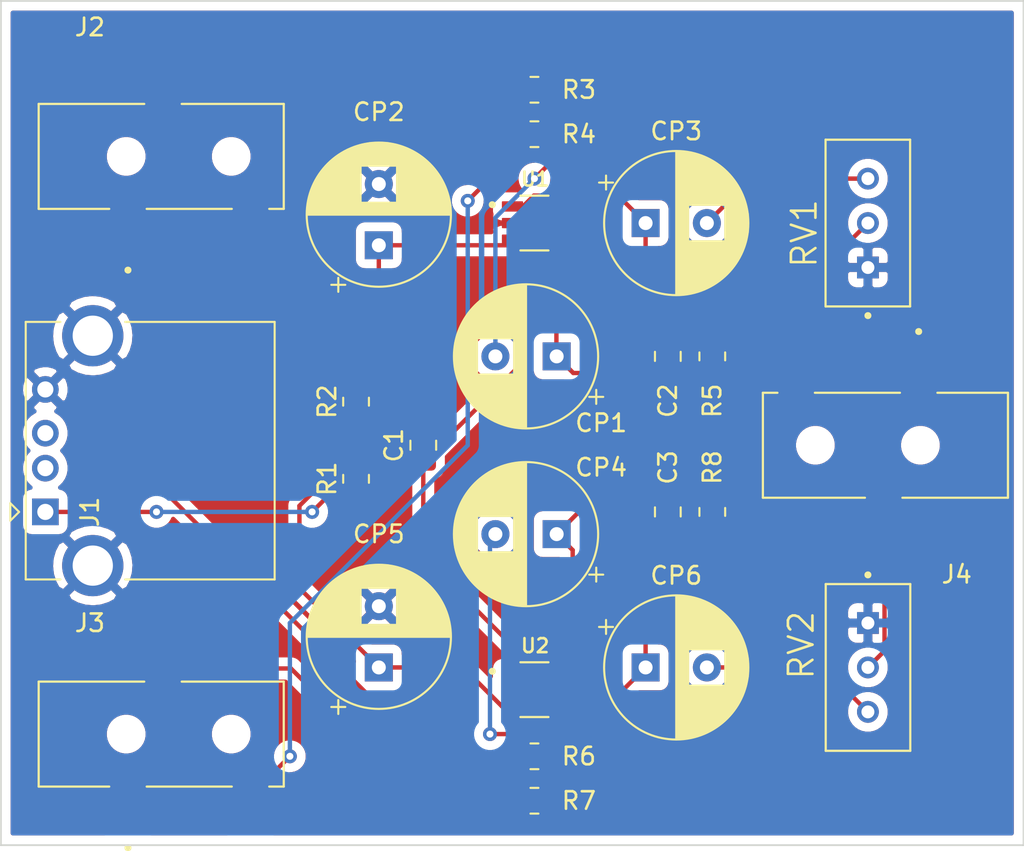
<source format=kicad_pcb>
(kicad_pcb (version 20171130) (host pcbnew "(5.1.10)-1")
  (layers (0 F.Cu signal) (31 B.Cu signal) (34 B.Paste user) (35 F.Paste user) (36 B.SilkS user) (37 F.SilkS user) (38 B.Mask user) (39 F.Mask user) (44 Edge.Cuts user))
  (net 0 "")
  (net 1 GND)
  (net 2 +5V)
  (net 3 "Net-(C2-Pad2)")
  (net 4 "Net-(C2-Pad1)")
  (net 5 "Net-(C3-Pad2)")
  (net 6 "Net-(C3-Pad1)")
  (net 7 "Net-(CP1-Pad2)")
  (net 8 /VRef)
  (net 9 "Net-(CP3-Pad2)")
  (net 10 "Net-(CP4-Pad2)")
  (net 11 "Net-(CP6-Pad2)")
  (net 12 "Net-(J1-Pad3)")
  (net 13 "Net-(J1-Pad2)")
  (net 14 /IN1_L)
  (net 15 /IN1_R)
  (net 16 /IN2_L)
  (net 17 /IN2_R)
  (net 18 /OUT_L)
  (net 19 /OUT_R)
  (module SOT95P280X145-5N:SOT95P280X145-5N (layer F.Cu) (at 118.11 82.55)
    (fp_text reference U2 (at 0.04 -2.508) (layer F.SilkS) (effects (font (size 0.8 0.8))))
    (fp_text value OPA1671 hide)
    (pad 5 smd roundrect (at 1.255 -0.95) (size 1.21 0.59) (layers F.Cu F.Paste F.Mask) (roundrect_rratio 0.07000000000000001) (net 2 +5V))
    (pad 4 smd roundrect (at 1.255 0.95) (size 1.21 0.59) (layers F.Cu F.Paste F.Mask) (roundrect_rratio 0.07000000000000001) (net 5 "Net-(C3-Pad2)"))
    (pad 3 smd roundrect (at -1.255 0.95) (size 1.21 0.59) (layers F.Cu F.Paste F.Mask) (roundrect_rratio 0.07000000000000001) (net 8 /VRef))
    (pad 2 smd roundrect (at -1.255 0) (size 1.21 0.59) (layers F.Cu F.Paste F.Mask) (roundrect_rratio 0.07000000000000001) (net 1 GND))
    (pad 1 smd roundrect (at -1.255 -0.95) (size 1.21 0.59) (layers F.Cu F.Paste F.Mask) (roundrect_rratio 0.07000000000000001) (net 6 "Net-(C3-Pad1)"))
  )
  (module SOT95P280X145-5N:SOT95P280X145-5N (layer F.Cu) (at 118.11 55.88)
    (fp_text reference U1 (at 0.04 -2.508) (layer F.SilkS) (effects (font (size 0.8 0.8))))
    (fp_text value OPA1671 hide)
    (pad 5 smd roundrect (at 1.255 -0.95) (size 1.21 0.59) (layers F.Cu F.Paste F.Mask) (roundrect_rratio 0.07000000000000001) (net 2 +5V))
    (pad 4 smd roundrect (at 1.255 0.95) (size 1.21 0.59) (layers F.Cu F.Paste F.Mask) (roundrect_rratio 0.07000000000000001) (net 3 "Net-(C2-Pad2)"))
    (pad 3 smd roundrect (at -1.255 0.95) (size 1.21 0.59) (layers F.Cu F.Paste F.Mask) (roundrect_rratio 0.07000000000000001) (net 8 /VRef))
    (pad 2 smd roundrect (at -1.255 0) (size 1.21 0.59) (layers F.Cu F.Paste F.Mask) (roundrect_rratio 0.07000000000000001) (net 1 GND))
    (pad 1 smd roundrect (at -1.255 -0.95) (size 1.21 0.59) (layers F.Cu F.Paste F.Mask) (roundrect_rratio 0.07000000000000001) (net 4 "Net-(C2-Pad1)"))
  )
  (module 3296-W:TRIM_3296-W (layer F.Cu) (at 137.16 78.74 270)
    (fp_text reference RV2 (at 1.27 3.81 90) (layer F.SilkS) (effects (font (size 1.400307 1.400307))))
    (fp_text value 10K hide)
    (pad 3 thru_hole circle (at 5.08 0 270) (size 1.248 1.248) (drill 0.74) (layers *.Cu *.Mask) (net 11 "Net-(CP6-Pad2)"))
    (pad 2 thru_hole circle (at 2.54 0 270) (size 1.248 1.248) (drill 0.74) (layers *.Cu *.Mask) (net 19 /OUT_R))
    (pad 1 thru_hole rect (at 0 0 270) (size 1.248 1.248) (drill 0.74) (layers *.Cu *.Mask) (net 1 GND))
  )
  (module 3296-W:TRIM_3296-W (layer F.Cu) (at 137.16 58.42 90)
    (fp_text reference RV1 (at 1.945415 -3.639805 90) (layer F.SilkS) (effects (font (size 1.400307 1.400307))))
    (fp_text value 10K hide)
    (pad 3 thru_hole circle (at 5.08 0 90) (size 1.248 1.248) (drill 0.74) (layers *.Cu *.Mask) (net 9 "Net-(CP3-Pad2)"))
    (pad 2 thru_hole circle (at 2.54 0 90) (size 1.248 1.248) (drill 0.74) (layers *.Cu *.Mask) (net 18 /OUT_L))
    (pad 1 thru_hole rect (at 0 0 90) (size 1.248 1.248) (drill 0.74) (layers *.Cu *.Mask) (net 1 GND))
  )
  (module Resistor_SMD:R_0805_2012Metric (layer F.Cu) (at 128.27 72.39 90)
    (fp_text reference R8 (at 2.54 0 90) (layer F.SilkS))
    (fp_text value 10K hide)
    (pad 2 smd roundrect (at 0.9125 0 90) (size 1.025 1.4) (layers F.Cu F.Paste F.Mask) (roundrect_rratio 0.2439014634146341) (net 5 "Net-(C3-Pad2)"))
    (pad 1 smd roundrect (at -0.9125 0 90) (size 1.025 1.4) (layers F.Cu F.Paste F.Mask) (roundrect_rratio 0.2439014634146341) (net 6 "Net-(C3-Pad1)"))
  )
  (module Resistor_SMD:R_0805_2012Metric (layer F.Cu) (at 118.11 88.9 180)
    (fp_text reference R7 (at -2.54 0) (layer F.SilkS))
    (fp_text value 10K hide)
    (pad 2 smd roundrect (at 0.9125 0 180) (size 1.025 1.4) (layers F.Cu F.Paste F.Mask) (roundrect_rratio 0.2439014634146341) (net 17 /IN2_R))
    (pad 1 smd roundrect (at -0.9125 0 180) (size 1.025 1.4) (layers F.Cu F.Paste F.Mask) (roundrect_rratio 0.2439014634146341) (net 10 "Net-(CP4-Pad2)"))
  )
  (module Resistor_SMD:R_0805_2012Metric (layer F.Cu) (at 118.11 86.36 180)
    (fp_text reference R6 (at -2.54 0) (layer F.SilkS))
    (fp_text value 10K hide)
    (pad 2 smd roundrect (at 0.9125 0 180) (size 1.025 1.4) (layers F.Cu F.Paste F.Mask) (roundrect_rratio 0.2439014634146341) (net 15 /IN1_R))
    (pad 1 smd roundrect (at -0.9125 0 180) (size 1.025 1.4) (layers F.Cu F.Paste F.Mask) (roundrect_rratio 0.2439014634146341) (net 10 "Net-(CP4-Pad2)"))
  )
  (module Resistor_SMD:R_0805_2012Metric (layer F.Cu) (at 128.27 63.5 270)
    (fp_text reference R5 (at 2.54 0 90) (layer F.SilkS))
    (fp_text value 10K hide)
    (pad 2 smd roundrect (at 0.9125 0 270) (size 1.025 1.4) (layers F.Cu F.Paste F.Mask) (roundrect_rratio 0.2439014634146341) (net 3 "Net-(C2-Pad2)"))
    (pad 1 smd roundrect (at -0.9125 0 270) (size 1.025 1.4) (layers F.Cu F.Paste F.Mask) (roundrect_rratio 0.2439014634146341) (net 4 "Net-(C2-Pad1)"))
  )
  (module Resistor_SMD:R_0805_2012Metric (layer F.Cu) (at 118.11 50.8 180)
    (fp_text reference R4 (at -2.54 0) (layer F.SilkS))
    (fp_text value 10K hide)
    (pad 2 smd roundrect (at 0.9125 0 180) (size 1.025 1.4) (layers F.Cu F.Paste F.Mask) (roundrect_rratio 0.2439014634146341) (net 16 /IN2_L))
    (pad 1 smd roundrect (at -0.9125 0 180) (size 1.025 1.4) (layers F.Cu F.Paste F.Mask) (roundrect_rratio 0.2439014634146341) (net 7 "Net-(CP1-Pad2)"))
  )
  (module Resistor_SMD:R_0805_2012Metric (layer F.Cu) (at 118.11 48.26 180)
    (fp_text reference R3 (at -2.54 0) (layer F.SilkS))
    (fp_text value 10K hide)
    (pad 2 smd roundrect (at 0.9125 0 180) (size 1.025 1.4) (layers F.Cu F.Paste F.Mask) (roundrect_rratio 0.2439014634146341) (net 14 /IN1_L))
    (pad 1 smd roundrect (at -0.9125 0 180) (size 1.025 1.4) (layers F.Cu F.Paste F.Mask) (roundrect_rratio 0.2439014634146341) (net 7 "Net-(CP1-Pad2)"))
  )
  (module Resistor_SMD:R_0805_2012Metric (layer F.Cu) (at 107.92 66.09 90)
    (fp_text reference R2 (at 0 -1.65 90) (layer F.SilkS))
    (fp_text value 10K hide)
    (pad 2 smd roundrect (at 0.9125 0 90) (size 1.025 1.4) (layers F.Cu F.Paste F.Mask) (roundrect_rratio 0.2439014634146341) (net 1 GND))
    (pad 1 smd roundrect (at -0.9125 0 90) (size 1.025 1.4) (layers F.Cu F.Paste F.Mask) (roundrect_rratio 0.2439014634146341) (net 8 /VRef))
  )
  (module Resistor_SMD:R_0805_2012Metric (layer F.Cu) (at 107.92 70.5 90)
    (fp_text reference R1 (at 0 -1.65 90) (layer F.SilkS))
    (fp_text value 10K hide)
    (pad 2 smd roundrect (at 0.9125 0 90) (size 1.025 1.4) (layers F.Cu F.Paste F.Mask) (roundrect_rratio 0.2439014634146341) (net 8 /VRef))
    (pad 1 smd roundrect (at -0.9125 0 90) (size 1.025 1.4) (layers F.Cu F.Paste F.Mask) (roundrect_rratio 0.2439014634146341) (net 2 +5V))
  )
  (module PJ-320B:BOOMELE_PJ-320B (layer F.Cu) (at 137.16 68.58 180)
    (fp_text reference J4 (at -5.075 -7.385) (layer F.SilkS))
    (fp_text value PJ-320B hide)
    (pad 3 smd rect (at 4.1 3.75 180) (size 1.5 3.5) (layers F.Cu F.Paste F.Mask) (net 18 /OUT_L))
    (pad 2 smd rect (at -0.9 -3.75 180) (size 1.5 3.5) (layers F.Cu F.Paste F.Mask) (net 19 /OUT_R))
    (pad 1 smd rect (at -2.9 3.75 180) (size 1.5 3.5) (layers F.Cu F.Paste F.Mask) (net 1 GND))
    (pad None np_thru_hole circle (at 3 0 180) (size 1.2 1.2) (drill 1.2) (layers *.Cu *.Mask))
    (pad None np_thru_hole circle (at -3 0 180) (size 1.2 1.2) (drill 1.2) (layers *.Cu *.Mask))
  )
  (module PJ-320B:BOOMELE_PJ-320B (layer F.Cu) (at 97.79 85.09)
    (fp_text reference J3 (at -5.075 -6.35) (layer F.SilkS))
    (fp_text value PJ-320B hide)
    (pad 3 smd rect (at 4.1 3.75) (size 1.5 3.5) (layers F.Cu F.Paste F.Mask) (net 16 /IN2_L))
    (pad 2 smd rect (at -0.9 -3.75) (size 1.5 3.5) (layers F.Cu F.Paste F.Mask) (net 17 /IN2_R))
    (pad 1 smd rect (at -2.9 3.75) (size 1.5 3.5) (layers F.Cu F.Paste F.Mask) (net 1 GND))
    (pad None np_thru_hole circle (at 3 0) (size 1.2 1.2) (drill 1.2) (layers *.Cu *.Mask))
    (pad None np_thru_hole circle (at -3 0) (size 1.2 1.2) (drill 1.2) (layers *.Cu *.Mask))
  )
  (module PJ-320B:BOOMELE_PJ-320B (layer F.Cu) (at 97.79 52.07)
    (fp_text reference J2 (at -5.075 -7.385) (layer F.SilkS))
    (fp_text value PJ-320B hide)
    (pad 3 smd rect (at 4.1 3.75) (size 1.5 3.5) (layers F.Cu F.Paste F.Mask) (net 14 /IN1_L))
    (pad 2 smd rect (at -0.9 -3.75) (size 1.5 3.5) (layers F.Cu F.Paste F.Mask) (net 15 /IN1_R))
    (pad 1 smd rect (at -2.9 3.75) (size 1.5 3.5) (layers F.Cu F.Paste F.Mask) (net 1 GND))
    (pad None np_thru_hole circle (at 3 0) (size 1.2 1.2) (drill 1.2) (layers *.Cu *.Mask))
    (pad None np_thru_hole circle (at -3 0) (size 1.2 1.2) (drill 1.2) (layers *.Cu *.Mask))
  )
  (module Connector_USB:USB_A_CONNFLY_DS1095-WNR0 (layer F.Cu) (at 90.17 72.39 90)
    (fp_text reference J1 (at 0 2.54 90) (layer F.SilkS))
    (fp_text value USB_A)
    (pad 4 thru_hole circle (at 7 0 90) (size 1.524 1.524) (drill 0.92) (layers *.Cu *.Mask) (net 1 GND))
    (pad 3 thru_hole circle (at 4.5 0 90) (size 1.524 1.524) (drill 0.92) (layers *.Cu *.Mask) (net 12 "Net-(J1-Pad3)"))
    (pad 2 thru_hole circle (at 2.5 0 90) (size 1.524 1.524) (drill 0.92) (layers *.Cu *.Mask) (net 13 "Net-(J1-Pad2)"))
    (pad 1 thru_hole rect (at 0 0 90) (size 1.524 1.524) (drill 0.92) (layers *.Cu *.Mask) (net 2 +5V))
    (pad 5 thru_hole circle (at -3.07 2.71 90) (size 3.5 3.5) (drill 2.3) (layers *.Cu *.Mask) (net 1 GND))
    (pad 5 thru_hole circle (at 10.07 2.71 90) (size 3.5 3.5) (drill 2.3) (layers *.Cu *.Mask) (net 1 GND))
  )
  (module Capacitor_THT:CP_Radial_D8.0mm_P3.50mm (layer F.Cu) (at 124.46 81.28)
    (fp_text reference CP6 (at 1.75 -5.25) (layer F.SilkS))
    (fp_text value 47uF hide)
    (pad 2 thru_hole circle (at 3.5 0) (size 1.6 1.6) (drill 0.8) (layers *.Cu *.Mask) (net 11 "Net-(CP6-Pad2)"))
    (pad 1 thru_hole rect (at 0 0) (size 1.6 1.6) (drill 0.8) (layers *.Cu *.Mask) (net 6 "Net-(C3-Pad1)"))
  )
  (module Capacitor_THT:CP_Radial_D8.0mm_P3.50mm (layer F.Cu) (at 109.22 81.28 90)
    (fp_text reference CP5 (at 7.62 0 180) (layer F.SilkS))
    (fp_text value 47uF hide)
    (pad 2 thru_hole circle (at 3.5 0 90) (size 1.6 1.6) (drill 0.8) (layers *.Cu *.Mask) (net 1 GND))
    (pad 1 thru_hole rect (at 0 0 90) (size 1.6 1.6) (drill 0.8) (layers *.Cu *.Mask) (net 8 /VRef))
  )
  (module Capacitor_THT:CP_Radial_D8.0mm_P3.50mm (layer F.Cu) (at 119.38 73.66 180)
    (fp_text reference CP4 (at -2.54 3.81) (layer F.SilkS))
    (fp_text value 47uF hide)
    (pad 2 thru_hole circle (at 3.5 0 180) (size 1.6 1.6) (drill 0.8) (layers *.Cu *.Mask) (net 10 "Net-(CP4-Pad2)"))
    (pad 1 thru_hole rect (at 0 0 180) (size 1.6 1.6) (drill 0.8) (layers *.Cu *.Mask) (net 5 "Net-(C3-Pad2)"))
  )
  (module Capacitor_THT:CP_Radial_D8.0mm_P3.50mm (layer F.Cu) (at 124.46 55.88)
    (fp_text reference CP3 (at 1.75 -5.25) (layer F.SilkS))
    (fp_text value 47uF hide)
    (pad 2 thru_hole circle (at 3.5 0) (size 1.6 1.6) (drill 0.8) (layers *.Cu *.Mask) (net 9 "Net-(CP3-Pad2)"))
    (pad 1 thru_hole rect (at 0 0) (size 1.6 1.6) (drill 0.8) (layers *.Cu *.Mask) (net 4 "Net-(C2-Pad1)"))
  )
  (module Capacitor_THT:CP_Radial_D8.0mm_P3.50mm (layer F.Cu) (at 109.22 57.15 90)
    (fp_text reference CP2 (at 7.62 0 180) (layer F.SilkS))
    (fp_text value 47uF hide)
    (pad 2 thru_hole circle (at 3.5 0 90) (size 1.6 1.6) (drill 0.8) (layers *.Cu *.Mask) (net 1 GND))
    (pad 1 thru_hole rect (at 0 0 90) (size 1.6 1.6) (drill 0.8) (layers *.Cu *.Mask) (net 8 /VRef))
  )
  (module Capacitor_THT:CP_Radial_D8.0mm_P3.50mm (layer F.Cu) (at 119.38 63.5 180)
    (fp_text reference CP1 (at -2.54 -3.81) (layer F.SilkS))
    (fp_text value 47uF hide)
    (pad 2 thru_hole circle (at 3.5 0 180) (size 1.6 1.6) (drill 0.8) (layers *.Cu *.Mask) (net 7 "Net-(CP1-Pad2)"))
    (pad 1 thru_hole rect (at 0 0 180) (size 1.6 1.6) (drill 0.8) (layers *.Cu *.Mask) (net 3 "Net-(C2-Pad2)"))
  )
  (module Capacitor_SMD:C_0805_2012Metric (layer F.Cu) (at 125.73 72.39 90)
    (fp_text reference C3 (at 2.54 0 90) (layer F.SilkS))
    (fp_text value 101 hide)
    (pad 2 smd roundrect (at 0.95 0 90) (size 1 1.45) (layers F.Cu F.Paste F.Mask) (net 5 "Net-(C3-Pad2)"))
    (pad 1 smd roundrect (at -0.95 0 90) (size 1 1.45) (layers F.Cu F.Paste F.Mask) (net 6 "Net-(C3-Pad1)"))
  )
  (module Capacitor_SMD:C_0805_2012Metric (layer F.Cu) (at 125.73 63.5 270)
    (fp_text reference C2 (at 2.54 0 90) (layer F.SilkS))
    (fp_text value 101 hide)
    (pad 2 smd roundrect (at 0.95 0 270) (size 1 1.45) (layers F.Cu F.Paste F.Mask) (net 3 "Net-(C2-Pad2)"))
    (pad 1 smd roundrect (at -0.95 0 270) (size 1 1.45) (layers F.Cu F.Paste F.Mask) (net 4 "Net-(C2-Pad1)"))
  )
  (module Capacitor_SMD:C_0805_2012Metric (layer F.Cu) (at 111.76 68.58 90)
    (fp_text reference C1 (at 0 -1.68 90) (layer F.SilkS))
    (fp_text value 104 hide)
    (pad 2 smd roundrect (at 0.95 0 90) (size 1 1.45) (layers F.Cu F.Paste F.Mask) (net 1 GND))
    (pad 1 smd roundrect (at -0.95 0 90) (size 1 1.45) (layers F.Cu F.Paste F.Mask) (net 2 +5V))
  )
  (gr_line (start 146.05 43.18) (end 146.05 91.44) (layer Edge.Cuts) (width 0.1))
  (gr_line (start 87.63 43.18) (end 146.05 43.18) (layer Edge.Cuts) (width 0.1))
  (gr_line (start 87.63 91.44) (end 87.63 43.18) (layer Edge.Cuts) (width 0.1))
  (gr_line (start 146.05 91.44) (end 87.63 91.44) (layer Edge.Cuts) (width 0.1))
  (segment (start 109.8025 69.53) (end 107.92 71.4125) (width 0.25) (layer F.Cu) (net 2))
  (segment (start 111.76 69.53) (end 109.8025 69.53) (width 0.25) (layer F.Cu) (net 2))
  (via (at 96.52 72.39) (size 0.8) (drill 0.4) (layers F.Cu B.Cu) (net 2))
  (segment (start 90.17 72.39) (end 96.52 72.39) (width 0.25) (layer F.Cu) (net 2))
  (segment (start 96.52 72.39) (end 105.41 72.39) (width 0.25) (layer B.Cu) (net 2))
  (via (at 105.41 72.39) (size 0.8) (drill 0.4) (layers F.Cu B.Cu) (net 2))
  (segment (start 106.3875 71.4125) (end 105.41 72.39) (width 0.25) (layer F.Cu) (net 2))
  (segment (start 107.92 71.4125) (end 106.3875 71.4125) (width 0.25) (layer F.Cu) (net 2))
  (segment (start 111.76 74.95319) (end 111.76 69.53) (width 0.25) (layer F.Cu) (net 2))
  (segment (start 118.40681 81.6) (end 111.76 74.95319) (width 0.25) (layer F.Cu) (net 2))
  (segment (start 119.365 81.6) (end 118.40681 81.6) (width 0.25) (layer F.Cu) (net 2))
  (segment (start 117.78501 56.50999) (end 119.365 54.93) (width 0.25) (layer F.Cu) (net 2))
  (segment (start 117.78501 63.50499) (end 117.78501 56.50999) (width 0.25) (layer F.Cu) (net 2))
  (segment (start 111.76 69.53) (end 117.78501 63.50499) (width 0.25) (layer F.Cu) (net 2))
  (segment (start 125.7675 64.4125) (end 125.73 64.45) (width 0.25) (layer F.Cu) (net 3))
  (segment (start 128.27 64.4125) (end 125.7675 64.4125) (width 0.25) (layer F.Cu) (net 3))
  (segment (start 120.33 64.45) (end 119.38 63.5) (width 0.25) (layer F.Cu) (net 3))
  (segment (start 125.73 64.45) (end 120.33 64.45) (width 0.25) (layer F.Cu) (net 3))
  (segment (start 119.365 63.485) (end 119.38 63.5) (width 0.25) (layer F.Cu) (net 3))
  (segment (start 119.365 56.83) (end 119.365 63.485) (width 0.25) (layer F.Cu) (net 3))
  (segment (start 124.46 61.28) (end 125.73 62.55) (width 0.25) (layer F.Cu) (net 4))
  (segment (start 124.46 55.88) (end 124.46 61.28) (width 0.25) (layer F.Cu) (net 4))
  (segment (start 128.2325 62.55) (end 128.27 62.5875) (width 0.25) (layer F.Cu) (net 4))
  (segment (start 125.73 62.55) (end 128.2325 62.55) (width 0.25) (layer F.Cu) (net 4))
  (segment (start 122.88999 54.30999) (end 124.46 55.88) (width 0.25) (layer F.Cu) (net 4))
  (segment (start 118.08001 54.30999) (end 122.88999 54.30999) (width 0.25) (layer F.Cu) (net 4))
  (segment (start 117.46 54.93) (end 118.08001 54.30999) (width 0.25) (layer F.Cu) (net 4))
  (segment (start 116.855 54.93) (end 117.46 54.93) (width 0.25) (layer F.Cu) (net 4))
  (segment (start 125.7675 71.4775) (end 125.73 71.44) (width 0.25) (layer F.Cu) (net 5))
  (segment (start 128.27 71.4775) (end 125.7675 71.4775) (width 0.25) (layer F.Cu) (net 5))
  (segment (start 121.6 71.44) (end 119.38 73.66) (width 0.25) (layer F.Cu) (net 5))
  (segment (start 125.73 71.44) (end 121.6 71.44) (width 0.25) (layer F.Cu) (net 5))
  (segment (start 120.29501 74.57501) (end 119.38 73.66) (width 0.25) (layer F.Cu) (net 5))
  (segment (start 120.29501 82.56999) (end 120.29501 74.57501) (width 0.25) (layer F.Cu) (net 5))
  (segment (start 119.365 83.5) (end 120.29501 82.56999) (width 0.25) (layer F.Cu) (net 5))
  (segment (start 124.46 74.61) (end 125.73 73.34) (width 0.25) (layer F.Cu) (net 6))
  (segment (start 124.46 81.28) (end 124.46 74.61) (width 0.25) (layer F.Cu) (net 6))
  (segment (start 128.2325 73.34) (end 128.27 73.3025) (width 0.25) (layer F.Cu) (net 6))
  (segment (start 125.73 73.34) (end 128.2325 73.34) (width 0.25) (layer F.Cu) (net 6))
  (segment (start 118.649566 84.12001) (end 121.61999 84.12001) (width 0.25) (layer F.Cu) (net 6))
  (segment (start 118.43499 83.905434) (end 118.649566 84.12001) (width 0.25) (layer F.Cu) (net 6))
  (segment (start 118.43499 82.57499) (end 118.43499 83.905434) (width 0.25) (layer F.Cu) (net 6))
  (segment (start 121.61999 84.12001) (end 124.46 81.28) (width 0.25) (layer F.Cu) (net 6))
  (segment (start 117.46 81.6) (end 118.43499 82.57499) (width 0.25) (layer F.Cu) (net 6))
  (segment (start 116.855 81.6) (end 117.46 81.6) (width 0.25) (layer F.Cu) (net 6))
  (segment (start 119.0225 48.26) (end 119.0225 50.8) (width 0.25) (layer F.Cu) (net 7))
  (via (at 118.11 53.34) (size 0.8) (drill 0.4) (layers F.Cu B.Cu) (net 7))
  (segment (start 119.0225 52.4275) (end 118.11 53.34) (width 0.25) (layer F.Cu) (net 7))
  (segment (start 119.0225 50.8) (end 119.0225 52.4275) (width 0.25) (layer F.Cu) (net 7))
  (segment (start 115.88 55.57) (end 115.88 63.5) (width 0.25) (layer B.Cu) (net 7))
  (segment (start 118.11 53.34) (end 115.88 55.57) (width 0.25) (layer B.Cu) (net 7))
  (segment (start 114.03 81.28) (end 109.22 81.28) (width 0.25) (layer F.Cu) (net 8))
  (segment (start 116.25 83.5) (end 114.03 81.28) (width 0.25) (layer F.Cu) (net 8))
  (segment (start 116.855 83.5) (end 116.25 83.5) (width 0.25) (layer F.Cu) (net 8))
  (segment (start 116.535 57.15) (end 116.855 56.83) (width 0.25) (layer F.Cu) (net 8))
  (segment (start 109.22 57.15) (end 116.535 57.15) (width 0.25) (layer F.Cu) (net 8))
  (segment (start 109.22 65.7025) (end 107.92 67.0025) (width 0.25) (layer F.Cu) (net 8))
  (segment (start 109.22 57.15) (end 109.22 65.7025) (width 0.25) (layer F.Cu) (net 8))
  (segment (start 107.92 67.0025) (end 107.92 69.5875) (width 0.25) (layer F.Cu) (net 8))
  (segment (start 107.139498 69.5875) (end 107.92 69.5875) (width 0.25) (layer F.Cu) (net 8))
  (segment (start 104.684999 72.041999) (end 107.139498 69.5875) (width 0.25) (layer F.Cu) (net 8))
  (segment (start 104.684999 76.744999) (end 104.684999 72.041999) (width 0.25) (layer F.Cu) (net 8))
  (segment (start 109.22 81.28) (end 104.684999 76.744999) (width 0.25) (layer F.Cu) (net 8))
  (segment (start 130.5 53.34) (end 127.96 55.88) (width 0.25) (layer F.Cu) (net 9))
  (segment (start 137.16 53.34) (end 130.5 53.34) (width 0.25) (layer F.Cu) (net 9))
  (segment (start 119.0225 86.36) (end 119.0225 88.9) (width 0.25) (layer F.Cu) (net 10))
  (segment (start 117.7525 85.09) (end 115.57 85.09) (width 0.25) (layer F.Cu) (net 10))
  (via (at 115.57 85.09) (size 0.8) (drill 0.4) (layers F.Cu B.Cu) (net 10))
  (segment (start 119.0225 86.36) (end 117.7525 85.09) (width 0.25) (layer F.Cu) (net 10))
  (segment (start 115.57 73.97) (end 115.88 73.66) (width 0.25) (layer B.Cu) (net 10))
  (segment (start 115.57 85.09) (end 115.57 73.97) (width 0.25) (layer B.Cu) (net 10))
  (segment (start 134.62 81.28) (end 137.16 83.82) (width 0.25) (layer F.Cu) (net 11))
  (segment (start 127.96 81.28) (end 134.62 81.28) (width 0.25) (layer F.Cu) (net 11))
  (segment (start 107.45 48.26) (end 117.1975 48.26) (width 0.25) (layer F.Cu) (net 14))
  (segment (start 101.89 53.82) (end 107.45 48.26) (width 0.25) (layer F.Cu) (net 14))
  (segment (start 101.89 55.82) (end 101.89 53.82) (width 0.25) (layer F.Cu) (net 14))
  (segment (start 96.89 71.135002) (end 96.89 48.32) (width 0.25) (layer F.Cu) (net 15))
  (segment (start 112.114998 86.36) (end 96.89 71.135002) (width 0.25) (layer F.Cu) (net 15))
  (segment (start 117.1975 86.36) (end 112.114998 86.36) (width 0.25) (layer F.Cu) (net 15))
  (via (at 114.3 54.61) (size 0.8) (drill 0.4) (layers F.Cu B.Cu) (net 16))
  (segment (start 117.1975 51.7125) (end 114.3 54.61) (width 0.25) (layer F.Cu) (net 16))
  (segment (start 117.1975 50.8) (end 117.1975 51.7125) (width 0.25) (layer F.Cu) (net 16))
  (segment (start 114.3 54.61) (end 114.3 68.58) (width 0.25) (layer B.Cu) (net 16))
  (segment (start 114.3 68.58) (end 104.14 78.74) (width 0.25) (layer B.Cu) (net 16))
  (via (at 104.14 86.36) (size 0.8) (drill 0.4) (layers F.Cu B.Cu) (net 16))
  (segment (start 104.14 78.74) (end 104.14 86.36) (width 0.25) (layer B.Cu) (net 16))
  (segment (start 101.89 88.61) (end 101.89 88.84) (width 0.25) (layer F.Cu) (net 16))
  (segment (start 104.14 86.36) (end 101.89 88.61) (width 0.25) (layer F.Cu) (net 16))
  (segment (start 96.89 81.34) (end 104.2 81.34) (width 0.25) (layer F.Cu) (net 17))
  (segment (start 111.76 88.9) (end 117.1975 88.9) (width 0.25) (layer F.Cu) (net 17))
  (segment (start 104.2 81.34) (end 111.76 88.9) (width 0.25) (layer F.Cu) (net 17))
  (segment (start 133.06 59.98) (end 137.16 55.88) (width 0.25) (layer F.Cu) (net 18))
  (segment (start 133.06 64.83) (end 133.06 59.98) (width 0.25) (layer F.Cu) (net 18))
  (segment (start 138.109001 72.379001) (end 138.06 72.33) (width 0.25) (layer F.Cu) (net 19))
  (segment (start 138.109001 80.330999) (end 138.109001 72.379001) (width 0.25) (layer F.Cu) (net 19))
  (segment (start 137.16 81.28) (end 138.109001 80.330999) (width 0.25) (layer F.Cu) (net 19))
  (zone (net 1) (net_name GND) (layer F.Cu) (connect_pads (clearance 0.508)) (min_thickness 0.254) (fill yes (arc_segments 32) (thermal_gap 0.508) (thermal_bridge_width 0.508))
    (polygon (pts (xy 146.05 91.44) (xy 87.63 91.44) (xy 87.63 43.18) (xy 146.05 43.18)))
  )
  (zone (net 1) (net_name GND) (layer F.Cu) (connect_pads (clearance 0.508)) (min_thickness 0.254) (fill yes (arc_segments 32) (thermal_gap 0.508) (thermal_bridge_width 0.508))
    (polygon (pts (xy 128.27 87.63) (xy 104.14 87.63) (xy 114.3 52.07) (xy 130.81 52.07)))
  )
  (zone (net 1) (net_name GND) (layer B.Cu) (connect_pads (clearance 0.508)) (min_thickness 0.254) (fill yes (arc_segments 32) (thermal_gap 0.508) (thermal_bridge_width 0.508))
    (polygon (pts (xy 146.05 91.44) (xy 87.63 91.44) (xy 87.63 43.18) (xy 146.05 43.18)))
  )
)
</source>
